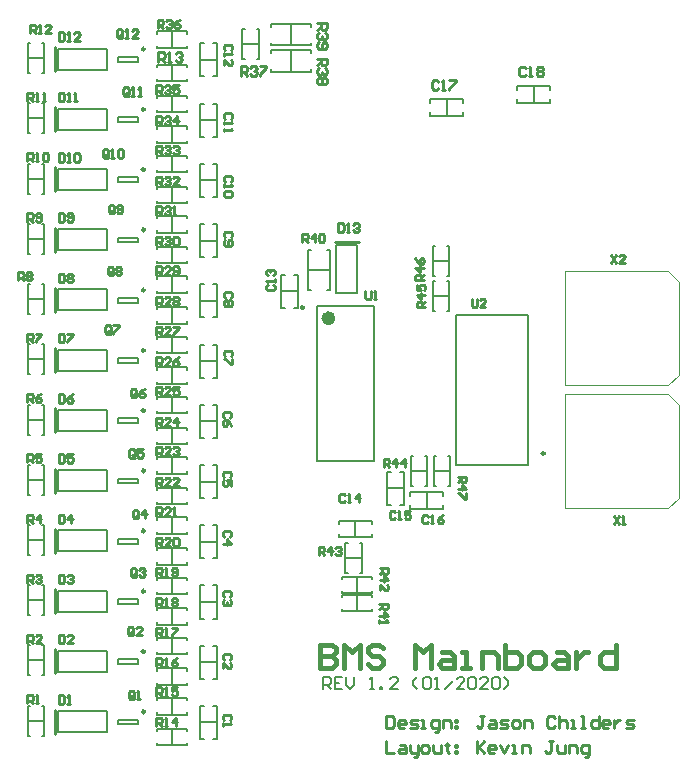
<source format=gto>
G04*
G04 #@! TF.GenerationSoftware,Altium Limited,Altium Designer,20.0.10 (225)*
G04*
G04 Layer_Color=65535*
%FSLAX25Y25*%
%MOIN*%
G70*
G01*
G75*
%ADD10C,0.00984*%
%ADD11C,0.02362*%
%ADD12C,0.00787*%
%ADD13C,0.00591*%
%ADD14C,0.00394*%
%ADD15C,0.01000*%
%ADD16C,0.01575*%
D10*
X83510Y40709D02*
G03*
X83510Y40709I-492J0D01*
G01*
Y60787D02*
G03*
X83510Y60787I-492J0D01*
G01*
Y80866D02*
G03*
X83510Y80866I-492J0D01*
G01*
Y100945D02*
G03*
X83510Y100945I-492J0D01*
G01*
Y121024D02*
G03*
X83510Y121024I-492J0D01*
G01*
Y141102D02*
G03*
X83510Y141102I-492J0D01*
G01*
Y161181D02*
G03*
X83510Y161181I-492J0D01*
G01*
Y181260D02*
G03*
X83510Y181260I-492J0D01*
G01*
Y201339D02*
G03*
X83510Y201339I-492J0D01*
G01*
Y241496D02*
G03*
X83510Y241496I-492J0D01*
G01*
Y221417D02*
G03*
X83510Y221417I-492J0D01*
G01*
Y20630D02*
G03*
X83510Y20630I-492J0D01*
G01*
X216803Y106783D02*
G03*
X216803Y106783I-492J0D01*
G01*
X136516Y155413D02*
G03*
X136516Y155413I-492J0D01*
G01*
X146787Y177307D02*
X154787D01*
X53644Y234189D02*
Y242189D01*
Y214110D02*
Y222110D01*
Y194032D02*
Y202032D01*
Y173953D02*
Y181953D01*
Y153874D02*
Y161874D01*
Y133795D02*
Y141795D01*
Y113717D02*
Y121717D01*
Y93638D02*
Y101638D01*
Y73559D02*
Y81559D01*
Y53480D02*
Y61480D01*
Y33402D02*
Y41402D01*
Y13323D02*
Y21323D01*
D11*
X145866Y151772D02*
G03*
X145866Y151772I-1181J0D01*
G01*
D12*
X74553Y38091D02*
X81246D01*
X74553Y36516D02*
X81246D01*
Y38091D01*
X74553Y36516D02*
Y38091D01*
Y58169D02*
X81246D01*
X74553Y56594D02*
X81246D01*
Y58169D01*
X74553Y56594D02*
Y58169D01*
Y78248D02*
X81246D01*
X74553Y76673D02*
X81246D01*
Y78248D01*
X74553Y76673D02*
Y78248D01*
Y98327D02*
X81246D01*
X74553Y96752D02*
X81246D01*
Y98327D01*
X74553Y96752D02*
Y98327D01*
Y118406D02*
X81246D01*
X74553Y116831D02*
X81246D01*
Y118406D01*
X74553Y116831D02*
Y118406D01*
Y136909D02*
Y138484D01*
X81246Y136909D02*
Y138484D01*
X74553Y136909D02*
X81246D01*
X74553Y138484D02*
X81246D01*
X74553Y158563D02*
X81246D01*
X74553Y156988D02*
X81246D01*
Y158563D01*
X74553Y156988D02*
Y158563D01*
Y178642D02*
X81246D01*
X74553Y177067D02*
X81246D01*
Y178642D01*
X74553Y177067D02*
Y178642D01*
Y198720D02*
X81246D01*
X74553Y197146D02*
X81246D01*
Y198720D01*
X74553Y197146D02*
Y198720D01*
Y238878D02*
X81246D01*
X74553Y237303D02*
X81246D01*
Y238878D01*
X74553Y237303D02*
Y238878D01*
Y218799D02*
X81246D01*
X74553Y217224D02*
X81246D01*
Y218799D01*
X74553Y217224D02*
Y218799D01*
Y18012D02*
X81246D01*
X74553Y16437D02*
X81246D01*
Y18012D01*
X74553Y16437D02*
Y18012D01*
X187382Y152953D02*
X211240D01*
Y102953D02*
Y152953D01*
X187382Y102953D02*
Y152953D01*
Y102953D02*
X211240D01*
X147287Y160205D02*
Y176307D01*
X154287D01*
Y160205D02*
Y176307D01*
X147287Y160205D02*
X154287D01*
X140748Y104134D02*
Y155709D01*
X160039Y104134D02*
Y155709D01*
X140748D02*
X160039D01*
X140748Y104134D02*
X160039D01*
X54644Y234689D02*
X70746D01*
X54644D02*
Y241689D01*
X70746D01*
Y234689D02*
Y241689D01*
X54644Y214610D02*
X70746D01*
X54644D02*
Y221610D01*
X70746D01*
Y214610D02*
Y221610D01*
X54644Y194532D02*
X70746D01*
X54644D02*
Y201532D01*
X70746D01*
Y194532D02*
Y201532D01*
X54644Y174453D02*
X70746D01*
X54644D02*
Y181453D01*
X70746D01*
Y174453D02*
Y181453D01*
X54644Y154374D02*
X70746D01*
X54644D02*
Y161374D01*
X70746D01*
Y154374D02*
Y161374D01*
X54644Y134295D02*
X70746D01*
X54644D02*
Y141295D01*
X70746D01*
Y134295D02*
Y141295D01*
X54644Y114217D02*
X70746D01*
X54644D02*
Y121217D01*
X70746D01*
Y114217D02*
Y121217D01*
X54644Y94138D02*
X70746D01*
X54644D02*
Y101138D01*
X70746D01*
Y94138D02*
Y101138D01*
X54644Y74059D02*
X70746D01*
X54644D02*
Y81059D01*
X70746D01*
Y74059D02*
Y81059D01*
X54644Y53980D02*
X70746D01*
X54644D02*
Y60980D01*
X70746D01*
Y53980D02*
Y60980D01*
X54644Y33902D02*
X70746D01*
X54644D02*
Y40902D01*
X70746D01*
Y33902D02*
Y40902D01*
X54644Y13823D02*
X70746D01*
X54644D02*
Y20823D01*
X70746D01*
Y13823D02*
Y20823D01*
X142815Y28150D02*
Y32085D01*
X144783D01*
X145439Y31429D01*
Y30117D01*
X144783Y29462D01*
X142815D01*
X144127D02*
X145439Y28150D01*
X149374Y32085D02*
X146751D01*
Y28150D01*
X149374D01*
X146751Y30117D02*
X148063D01*
X150686Y32085D02*
Y29462D01*
X151998Y28150D01*
X153310Y29462D01*
Y32085D01*
X158558Y28150D02*
X159870D01*
X159214D01*
Y32085D01*
X158558Y31429D01*
X161838Y28150D02*
Y28806D01*
X162494D01*
Y28150D01*
X161838D01*
X167741D02*
X165118D01*
X167741Y30773D01*
Y31429D01*
X167085Y32085D01*
X165773D01*
X165118Y31429D01*
X174301Y28150D02*
X172989Y29462D01*
Y30773D01*
X174301Y32085D01*
X176269Y31429D02*
X176925Y32085D01*
X178237D01*
X178893Y31429D01*
Y28806D01*
X178237Y28150D01*
X176925D01*
X176269Y28806D01*
Y31429D01*
X180204Y28150D02*
X181516D01*
X180860D01*
Y32085D01*
X180204Y31429D01*
X183484Y28150D02*
X186108Y30773D01*
X190044Y28150D02*
X187420D01*
X190044Y30773D01*
Y31429D01*
X189388Y32085D01*
X188076D01*
X187420Y31429D01*
X191356D02*
X192012Y32085D01*
X193324D01*
X193980Y31429D01*
Y28806D01*
X193324Y28150D01*
X192012D01*
X191356Y28806D01*
Y31429D01*
X197915Y28150D02*
X195291D01*
X197915Y30773D01*
Y31429D01*
X197259Y32085D01*
X195947D01*
X195291Y31429D01*
X199227D02*
X199883Y32085D01*
X201195D01*
X201851Y31429D01*
Y28806D01*
X201195Y28150D01*
X199883D01*
X199227Y28806D01*
Y31429D01*
X203163Y28150D02*
X204475Y29462D01*
Y30773D01*
X203163Y32085D01*
D13*
X87421Y230807D02*
Y231563D01*
Y230807D02*
X97421D01*
Y231563D01*
Y235563D02*
Y236319D01*
X87421D02*
X97421D01*
X87421Y235563D02*
Y236319D01*
X92421Y230807D02*
Y236319D01*
X115991Y248307D02*
X116747D01*
X115991Y238307D02*
Y248307D01*
Y238307D02*
X116747D01*
X120747D02*
X121502D01*
Y248307D01*
X120747D02*
X121502D01*
X115991Y243307D02*
X121502D01*
X125394Y249016D02*
Y249803D01*
X138779D01*
Y249016D02*
Y249803D01*
X125394Y242717D02*
Y243504D01*
Y242717D02*
X138779D01*
Y243504D01*
X132087Y242717D02*
Y249803D01*
X125394Y240256D02*
Y241043D01*
X138779D01*
Y240256D02*
Y241043D01*
X125394Y233957D02*
Y234744D01*
Y233957D02*
X138779D01*
Y234744D01*
X132087Y233957D02*
Y241043D01*
X159167Y83169D02*
Y84350D01*
X148144D02*
X159167D01*
X148144Y83169D02*
Y84350D01*
Y78839D02*
Y80020D01*
Y78839D02*
X159167D01*
Y80020D01*
X153655Y78839D02*
Y84350D01*
X164289Y95177D02*
X169801D01*
X164289Y89665D02*
X165470D01*
X164289D02*
Y100689D01*
X165470D01*
X168620D02*
X169801D01*
Y89665D02*
Y100689D01*
X168620Y89665D02*
X169801D01*
X129035Y166339D02*
X130217D01*
X129035Y155315D02*
Y166339D01*
Y155315D02*
X130217D01*
X133366D02*
X134547D01*
Y166339D01*
X133366D02*
X134547D01*
X129035Y160827D02*
X134547D01*
X149167Y54171D02*
Y54927D01*
Y54171D02*
X159167D01*
Y54927D01*
Y58927D02*
Y59683D01*
X149167D02*
X159167D01*
X149167Y58927D02*
Y59683D01*
X154167Y54171D02*
Y59683D01*
X149167Y60039D02*
Y60795D01*
Y60039D02*
X159167D01*
Y60795D01*
Y64795D02*
Y65551D01*
X149167D02*
X159167D01*
X149167Y64795D02*
Y65551D01*
X154167Y60039D02*
Y65551D01*
X155130Y66752D02*
X155886D01*
Y76752D01*
X155130D02*
X155886D01*
X150374D02*
X151130D01*
X150374Y66752D02*
Y76752D01*
Y66752D02*
X151130D01*
X150374Y71752D02*
X155886D01*
X177527Y88189D02*
Y93701D01*
X172016Y92520D02*
Y93701D01*
X183039D01*
Y92520D02*
Y93701D01*
Y88189D02*
Y89370D01*
X172016Y88189D02*
X183039D01*
X172016D02*
Y89370D01*
X218701Y227953D02*
Y229134D01*
X207677D02*
X218701D01*
X207677Y227953D02*
Y229134D01*
Y223622D02*
Y224803D01*
Y223622D02*
X218701D01*
Y224803D01*
X213189Y223622D02*
Y229134D01*
X178552Y219203D02*
Y220384D01*
Y219203D02*
X189576D01*
Y220384D01*
Y223534D02*
Y224715D01*
X178552D02*
X189576D01*
X178552Y223534D02*
Y224715D01*
X184064Y219203D02*
Y224715D01*
X137992Y167815D02*
X145079D01*
X144291Y174508D02*
X145079D01*
Y161122D02*
Y174508D01*
X144291Y161122D02*
X145079D01*
X137992Y174508D02*
X138779D01*
X137992Y161122D02*
Y174508D01*
Y161122D02*
X138779D01*
X179823Y100984D02*
X185335D01*
X179823Y95984D02*
X180579D01*
X179823D02*
Y105984D01*
X180579D01*
X184579D02*
X185335D01*
Y95984D02*
Y105984D01*
X184579Y95984D02*
X185335D01*
X172146Y100984D02*
X177658D01*
X176902Y105984D02*
X177658D01*
Y95984D02*
Y105984D01*
X176902Y95984D02*
X177658D01*
X172146D02*
X172902D01*
X172146D02*
Y105984D01*
X172902D01*
X179429Y170768D02*
X184941D01*
X184185Y175768D02*
X184941D01*
Y165768D02*
Y175768D01*
X184185Y165768D02*
X184941D01*
X179429D02*
X180185D01*
X179429D02*
Y175768D01*
X180185D01*
X179429Y159252D02*
X184941D01*
X184185Y164252D02*
X184941D01*
Y154252D02*
Y164252D01*
X184185Y154252D02*
X184941D01*
X179429D02*
X180185D01*
X179429D02*
Y164252D01*
X180185D01*
X44533Y17618D02*
X50045D01*
X49289Y22618D02*
X50045D01*
Y12618D02*
Y22618D01*
X49289Y12618D02*
X50045D01*
X44533D02*
X45289D01*
X44533D02*
Y22618D01*
X45289D01*
X44533Y37697D02*
X50045D01*
X49289Y42697D02*
X50045D01*
Y32697D02*
Y42697D01*
X49289Y32697D02*
X50045D01*
X44533D02*
X45289D01*
X44533D02*
Y42697D01*
X45289D01*
X44533Y57776D02*
X50045D01*
X49289Y62776D02*
X50045D01*
Y52776D02*
Y62776D01*
X49289Y52776D02*
X50045D01*
X44533D02*
X45289D01*
X44533D02*
Y62776D01*
X45289D01*
X44533Y77854D02*
X50045D01*
X49289Y82854D02*
X50045D01*
Y72854D02*
Y82854D01*
X49289Y72854D02*
X50045D01*
X44533D02*
X45289D01*
X44533D02*
Y82854D01*
X45289D01*
X44533Y97933D02*
X50045D01*
X49289Y102933D02*
X50045D01*
Y92933D02*
Y102933D01*
X49289Y92933D02*
X50045D01*
X44533D02*
X45289D01*
X44533D02*
Y102933D01*
X45289D01*
X44533Y118012D02*
X50045D01*
X49289Y123012D02*
X50045D01*
Y113012D02*
Y123012D01*
X49289Y113012D02*
X50045D01*
X44533D02*
X45289D01*
X44533D02*
Y123012D01*
X45289D01*
X44533Y138091D02*
X50045D01*
X49289Y143091D02*
X50045D01*
Y133091D02*
Y143091D01*
X49289Y133091D02*
X50045D01*
X44533D02*
X45289D01*
X44533D02*
Y143091D01*
X45289D01*
X44533Y158169D02*
X50045D01*
X49289Y163169D02*
X50045D01*
Y153169D02*
Y163169D01*
X49289Y153169D02*
X50045D01*
X44533D02*
X45289D01*
X44533D02*
Y163169D01*
X45289D01*
X44533Y178248D02*
X50045D01*
X49289Y183248D02*
X50045D01*
Y173248D02*
Y183248D01*
X49289Y173248D02*
X50045D01*
X44533D02*
X45289D01*
X44533D02*
Y183248D01*
X45289D01*
X44533Y198327D02*
X50045D01*
X49289Y203327D02*
X50045D01*
Y193327D02*
Y203327D01*
X49289Y193327D02*
X50045D01*
X44533D02*
X45289D01*
X44533D02*
Y203327D01*
X45289D01*
X44533Y218406D02*
X50045D01*
X49289Y223406D02*
X50045D01*
Y213406D02*
Y223406D01*
X49289Y213406D02*
X50045D01*
X44533D02*
X45289D01*
X44533D02*
Y223406D01*
X45289D01*
X106344Y11516D02*
X107526D01*
Y22539D01*
X106344D02*
X107526D01*
X102014D02*
X103195D01*
X102014Y11516D02*
Y22539D01*
Y11516D02*
X103195D01*
X102014Y17028D02*
X107526D01*
X106344Y31594D02*
X107526D01*
Y42618D01*
X106344D02*
X107526D01*
X102014D02*
X103195D01*
X102014Y31594D02*
Y42618D01*
Y31594D02*
X103195D01*
X102014Y37106D02*
X107526D01*
X106344Y51673D02*
X107526D01*
Y62697D01*
X106344D02*
X107526D01*
X102014D02*
X103195D01*
X102014Y51673D02*
Y62697D01*
Y51673D02*
X103195D01*
X102014Y57185D02*
X107526D01*
X106344Y71752D02*
X107526D01*
Y82776D01*
X106344D02*
X107526D01*
X102014D02*
X103195D01*
X102014Y71752D02*
Y82776D01*
Y71752D02*
X103195D01*
X102014Y77264D02*
X107526D01*
X106344Y91831D02*
X107526D01*
Y102854D01*
X106344D02*
X107526D01*
X102014D02*
X103195D01*
X102014Y91831D02*
Y102854D01*
Y91831D02*
X103195D01*
X102014Y97343D02*
X107526D01*
X106344Y111909D02*
X107526D01*
Y122933D01*
X106344D02*
X107526D01*
X102014D02*
X103195D01*
X102014Y111909D02*
Y122933D01*
Y111909D02*
X103195D01*
X102014Y117421D02*
X107526D01*
X106344Y131988D02*
X107526D01*
Y143012D01*
X106344D02*
X107526D01*
X102014D02*
X103195D01*
X102014Y131988D02*
Y143012D01*
Y131988D02*
X103195D01*
X102014Y137500D02*
X107526D01*
X106344Y152067D02*
X107526D01*
Y163091D01*
X106344D02*
X107526D01*
X102014D02*
X103195D01*
X102014Y152067D02*
Y163091D01*
Y152067D02*
X103195D01*
X102014Y157579D02*
X107526D01*
X106344Y172146D02*
X107526D01*
Y183169D01*
X106344D02*
X107526D01*
X102014D02*
X103195D01*
X102014Y172146D02*
Y183169D01*
Y172146D02*
X103195D01*
X102014Y177657D02*
X107526D01*
X106344Y192224D02*
X107526D01*
Y203248D01*
X106344D02*
X107526D01*
X102014D02*
X103195D01*
X102014Y192224D02*
Y203248D01*
Y192224D02*
X103195D01*
X102014Y197736D02*
X107526D01*
X106344Y212303D02*
X107526D01*
Y223327D01*
X106344D02*
X107526D01*
X102014D02*
X103195D01*
X102014Y212303D02*
Y223327D01*
Y212303D02*
X103195D01*
X102014Y217815D02*
X107526D01*
X106344Y232382D02*
X107526D01*
Y243406D01*
X106344D02*
X107526D01*
X102014D02*
X103195D01*
X102014Y232382D02*
Y243406D01*
Y232382D02*
X103195D01*
X102014Y237894D02*
X107526D01*
X92520Y241889D02*
Y247401D01*
X87520Y246644D02*
Y247401D01*
X97520D01*
Y246644D02*
Y247401D01*
Y241889D02*
Y242645D01*
X87520Y241889D02*
X97520D01*
X87520D02*
Y242645D01*
X92520Y220472D02*
Y225984D01*
X87520Y225228D02*
Y225984D01*
X97520D01*
Y225228D02*
Y225984D01*
Y220472D02*
Y221228D01*
X87520Y220472D02*
X97520D01*
X87520D02*
Y221228D01*
X92520Y210236D02*
Y215748D01*
X87520Y214992D02*
Y215748D01*
X97520D01*
Y214992D02*
Y215748D01*
Y210236D02*
Y210992D01*
X87520Y210236D02*
X97520D01*
X87520D02*
Y210992D01*
X92520Y200394D02*
Y205906D01*
X87520Y205150D02*
Y205906D01*
X97520D01*
Y205150D02*
Y205906D01*
Y200394D02*
Y201150D01*
X87520Y200394D02*
X97520D01*
X87520D02*
Y201150D01*
X92520Y190157D02*
Y195669D01*
X87520Y194913D02*
Y195669D01*
X97520D01*
Y194913D02*
Y195669D01*
Y190157D02*
Y190913D01*
X87520Y190157D02*
X97520D01*
X87520D02*
Y190913D01*
X92520Y180315D02*
Y185827D01*
X87520Y185071D02*
Y185827D01*
X97520D01*
Y185071D02*
Y185827D01*
Y180315D02*
Y181071D01*
X87520Y180315D02*
X97520D01*
X87520D02*
Y181071D01*
X92520Y170079D02*
Y175591D01*
X87520Y174835D02*
Y175591D01*
X97520D01*
Y174835D02*
Y175591D01*
Y170079D02*
Y170835D01*
X87520Y170079D02*
X97520D01*
X87520D02*
Y170835D01*
X92520Y160236D02*
Y165748D01*
X87520Y164992D02*
Y165748D01*
X97520D01*
Y164992D02*
Y165748D01*
Y160236D02*
Y160992D01*
X87520Y160236D02*
X97520D01*
X87520D02*
Y160992D01*
X92520Y150000D02*
Y155512D01*
X87520Y154756D02*
Y155512D01*
X97520D01*
Y154756D02*
Y155512D01*
Y150000D02*
Y150756D01*
X87520Y150000D02*
X97520D01*
X87520D02*
Y150756D01*
X92520Y140157D02*
Y145669D01*
X87520Y144913D02*
Y145669D01*
X97520D01*
Y144913D02*
Y145669D01*
Y140157D02*
Y140913D01*
X87520Y140157D02*
X97520D01*
X87520D02*
Y140913D01*
X92520Y129921D02*
Y135433D01*
X87520Y134677D02*
Y135433D01*
X97520D01*
Y134677D02*
Y135433D01*
Y129921D02*
Y130677D01*
X87520Y129921D02*
X97520D01*
X87520D02*
Y130677D01*
X92520Y109843D02*
Y115354D01*
X87520Y114598D02*
Y115354D01*
X97520D01*
Y114598D02*
Y115354D01*
Y109843D02*
Y110598D01*
X87520Y109843D02*
X97520D01*
X87520D02*
Y110598D01*
X92520Y120079D02*
Y125591D01*
X87520Y124835D02*
Y125591D01*
X97520D01*
Y124835D02*
Y125591D01*
Y120079D02*
Y120835D01*
X87520Y120079D02*
X97520D01*
X87520D02*
Y120835D01*
X92520Y100000D02*
Y105512D01*
X87520Y104756D02*
Y105512D01*
X97520D01*
Y104756D02*
Y105512D01*
Y100000D02*
Y100756D01*
X87520Y100000D02*
X97520D01*
X87520D02*
Y100756D01*
X92520Y89764D02*
Y95276D01*
X87520Y94520D02*
Y95276D01*
X97520D01*
Y94520D02*
Y95276D01*
Y89764D02*
Y90520D01*
X87520Y89764D02*
X97520D01*
X87520D02*
Y90520D01*
X92520Y79921D02*
Y85433D01*
X87520Y84677D02*
Y85433D01*
X97520D01*
Y84677D02*
Y85433D01*
Y79921D02*
Y80677D01*
X87520Y79921D02*
X97520D01*
X87520D02*
Y80677D01*
X92520Y69685D02*
Y75197D01*
X87520Y74441D02*
Y75197D01*
X97520D01*
Y74441D02*
Y75197D01*
Y69685D02*
Y70441D01*
X87520Y69685D02*
X97520D01*
X87520D02*
Y70441D01*
X92520Y59843D02*
Y65354D01*
X87520Y64598D02*
Y65354D01*
X97520D01*
Y64598D02*
Y65354D01*
Y59843D02*
Y60598D01*
X87520Y59843D02*
X97520D01*
X87520D02*
Y60598D01*
X92520Y49606D02*
Y55118D01*
X87520Y54362D02*
Y55118D01*
X97520D01*
Y54362D02*
Y55118D01*
Y49606D02*
Y50362D01*
X87520Y49606D02*
X97520D01*
X87520D02*
Y50362D01*
X92520Y39764D02*
Y45276D01*
X87520Y44520D02*
Y45276D01*
X97520D01*
Y44520D02*
Y45276D01*
Y39764D02*
Y40520D01*
X87520Y39764D02*
X97520D01*
X87520D02*
Y40520D01*
X92520Y29528D02*
Y35039D01*
X87520Y34283D02*
Y35039D01*
X97520D01*
Y34283D02*
Y35039D01*
Y29528D02*
Y30283D01*
X87520Y29528D02*
X97520D01*
X87520D02*
Y30283D01*
X92520Y19685D02*
Y25197D01*
X87520Y24441D02*
Y25197D01*
X97520D01*
Y24441D02*
Y25197D01*
Y19685D02*
Y20441D01*
X87520Y19685D02*
X97520D01*
X87520D02*
Y20441D01*
X92520Y9449D02*
Y14961D01*
X87520Y14205D02*
Y14961D01*
X97520D01*
Y14205D02*
Y14961D01*
Y9449D02*
Y10205D01*
X87520Y9449D02*
X97520D01*
X87520D02*
Y10205D01*
X44533Y238484D02*
X50045D01*
X49289Y243484D02*
X50045D01*
Y233484D02*
Y243484D01*
X49289Y233484D02*
X50045D01*
X44533D02*
X45289D01*
X44533D02*
Y243484D01*
X45289D01*
D14*
X257921Y129441D02*
X261398Y132917D01*
Y163941D01*
X257913Y167425D02*
X261398Y163941D01*
X223406Y167425D02*
X257913D01*
X223406Y129441D02*
X257921D01*
X223406D02*
Y167425D01*
X257921Y88496D02*
X261398Y91973D01*
Y122996D01*
X257913Y126480D02*
X261398Y122996D01*
X223406Y126480D02*
X257913D01*
X223406Y88496D02*
X257921D01*
X223406D02*
Y126480D01*
D15*
X163894Y19210D02*
Y15274D01*
X165862D01*
X166517Y15930D01*
Y18554D01*
X165862Y19210D01*
X163894D01*
X169797Y15274D02*
X168485D01*
X167829Y15930D01*
Y17242D01*
X168485Y17898D01*
X169797D01*
X170453Y17242D01*
Y16586D01*
X167829D01*
X171765Y15274D02*
X173733D01*
X174389Y15930D01*
X173733Y16586D01*
X172421D01*
X171765Y17242D01*
X172421Y17898D01*
X174389D01*
X175701Y15274D02*
X177013D01*
X176357D01*
Y17898D01*
X175701D01*
X180293Y13962D02*
X180949D01*
X181605Y14618D01*
Y17898D01*
X179637D01*
X178981Y17242D01*
Y15930D01*
X179637Y15274D01*
X181605D01*
X182916D02*
Y17898D01*
X184884D01*
X185540Y17242D01*
Y15274D01*
X186852Y17898D02*
X187508D01*
Y17242D01*
X186852D01*
Y17898D01*
Y15930D02*
X187508D01*
Y15274D01*
X186852D01*
Y15930D01*
X196692Y19210D02*
X195380D01*
X196036D01*
Y15930D01*
X195380Y15274D01*
X194724D01*
X194068Y15930D01*
X198659Y17898D02*
X199971D01*
X200627Y17242D01*
Y15274D01*
X198659D01*
X198003Y15930D01*
X198659Y16586D01*
X200627D01*
X201939Y15274D02*
X203907D01*
X204563Y15930D01*
X203907Y16586D01*
X202595D01*
X201939Y17242D01*
X202595Y17898D01*
X204563D01*
X206531Y15274D02*
X207843D01*
X208499Y15930D01*
Y17242D01*
X207843Y17898D01*
X206531D01*
X205875Y17242D01*
Y15930D01*
X206531Y15274D01*
X209811D02*
Y17898D01*
X211778D01*
X212435Y17242D01*
Y15274D01*
X220306Y18554D02*
X219650Y19210D01*
X218338D01*
X217682Y18554D01*
Y15930D01*
X218338Y15274D01*
X219650D01*
X220306Y15930D01*
X221618Y19210D02*
Y15274D01*
Y17242D01*
X222274Y17898D01*
X223586D01*
X224242Y17242D01*
Y15274D01*
X225554D02*
X226866D01*
X226210D01*
Y17898D01*
X225554D01*
X228833Y15274D02*
X230145D01*
X229489D01*
Y19210D01*
X228833D01*
X234737D02*
Y15274D01*
X232769D01*
X232113Y15930D01*
Y17242D01*
X232769Y17898D01*
X234737D01*
X238017Y15274D02*
X236705D01*
X236049Y15930D01*
Y17242D01*
X236705Y17898D01*
X238017D01*
X238673Y17242D01*
Y16586D01*
X236049D01*
X239985Y17898D02*
Y15274D01*
Y16586D01*
X240641Y17242D01*
X241297Y17898D01*
X241952D01*
X243920Y15274D02*
X245888D01*
X246544Y15930D01*
X245888Y16586D01*
X244576D01*
X243920Y17242D01*
X244576Y17898D01*
X246544D01*
X163894Y10775D02*
Y6840D01*
X166517D01*
X168485Y9463D02*
X169797D01*
X170453Y8807D01*
Y6840D01*
X168485D01*
X167829Y7495D01*
X168485Y8151D01*
X170453D01*
X171765Y9463D02*
Y7495D01*
X172421Y6840D01*
X174389D01*
Y6183D01*
X173733Y5528D01*
X173077D01*
X174389Y6840D02*
Y9463D01*
X176357Y6840D02*
X177669D01*
X178325Y7495D01*
Y8807D01*
X177669Y9463D01*
X176357D01*
X175701Y8807D01*
Y7495D01*
X176357Y6840D01*
X179637Y9463D02*
Y7495D01*
X180293Y6840D01*
X182261D01*
Y9463D01*
X184228Y10119D02*
Y9463D01*
X183572D01*
X184884D01*
X184228D01*
Y7495D01*
X184884Y6840D01*
X186852Y9463D02*
X187508D01*
Y8807D01*
X186852D01*
Y9463D01*
Y7495D02*
X187508D01*
Y6840D01*
X186852D01*
Y7495D01*
X194068Y10775D02*
Y6840D01*
Y8151D01*
X196692Y10775D01*
X194724Y8807D01*
X196692Y6840D01*
X199971D02*
X198659D01*
X198003Y7495D01*
Y8807D01*
X198659Y9463D01*
X199971D01*
X200627Y8807D01*
Y8151D01*
X198003D01*
X201939Y9463D02*
X203251Y6840D01*
X204563Y9463D01*
X205875Y6840D02*
X207187D01*
X206531D01*
Y9463D01*
X205875D01*
X209155Y6840D02*
Y9463D01*
X211123D01*
X211778Y8807D01*
Y6840D01*
X219650Y10775D02*
X218338D01*
X218994D01*
Y7495D01*
X218338Y6840D01*
X217682D01*
X217026Y7495D01*
X220962Y9463D02*
Y7495D01*
X221618Y6840D01*
X223586D01*
Y9463D01*
X224898Y6840D02*
Y9463D01*
X226866D01*
X227521Y8807D01*
Y6840D01*
X230145Y5528D02*
X230801D01*
X231457Y6183D01*
Y9463D01*
X229489D01*
X228833Y8807D01*
Y7495D01*
X229489Y6840D01*
X231457D01*
X150208Y92749D02*
X149749Y93208D01*
X148831D01*
X148372Y92749D01*
Y90912D01*
X148831Y90453D01*
X149749D01*
X150208Y90912D01*
X151127Y90453D02*
X152045D01*
X151586D01*
Y93208D01*
X151127Y92749D01*
X154800Y90453D02*
Y93208D01*
X153423Y91831D01*
X155259D01*
X87992Y237247D02*
Y240395D01*
X89566D01*
X90091Y239871D01*
Y238821D01*
X89566Y238296D01*
X87992D01*
X89042D02*
X90091Y237247D01*
X91141D02*
X92190D01*
X91666D01*
Y240395D01*
X91141Y239871D01*
X93765D02*
X94289Y240395D01*
X95339D01*
X95864Y239871D01*
Y239346D01*
X95339Y238821D01*
X94814D01*
X95339D01*
X95864Y238296D01*
Y237772D01*
X95339Y237247D01*
X94289D01*
X93765Y237772D01*
X115547Y232685D02*
Y235834D01*
X117121D01*
X117646Y235309D01*
Y234259D01*
X117121Y233734D01*
X115547D01*
X116596D02*
X117646Y232685D01*
X118695Y235309D02*
X119220Y235834D01*
X120270D01*
X120794Y235309D01*
Y234784D01*
X120270Y234259D01*
X119745D01*
X120270D01*
X120794Y233734D01*
Y233210D01*
X120270Y232685D01*
X119220D01*
X118695Y233210D01*
X121844Y235834D02*
X123943D01*
Y235309D01*
X121844Y233210D01*
Y232685D01*
X141035Y238189D02*
X144184D01*
Y236615D01*
X143659Y236090D01*
X142610D01*
X142085Y236615D01*
Y238189D01*
Y237140D02*
X141035Y236090D01*
X143659Y235040D02*
X144184Y234516D01*
Y233466D01*
X143659Y232941D01*
X143134D01*
X142610Y233466D01*
Y233991D01*
Y233466D01*
X142085Y232941D01*
X141560D01*
X141035Y233466D01*
Y234516D01*
X141560Y235040D01*
X143659Y231892D02*
X144184Y231367D01*
Y230317D01*
X143659Y229793D01*
X143134D01*
X142610Y230317D01*
X142085Y229793D01*
X141560D01*
X141035Y230317D01*
Y231367D01*
X141560Y231892D01*
X142085D01*
X142610Y231367D01*
X143134Y231892D01*
X143659D01*
X142610Y231367D02*
Y230317D01*
X141035Y250061D02*
X144184D01*
Y248487D01*
X143659Y247962D01*
X142610D01*
X142085Y248487D01*
Y250061D01*
Y249011D02*
X141035Y247962D01*
X143659Y246912D02*
X144184Y246388D01*
Y245338D01*
X143659Y244813D01*
X143134D01*
X142610Y245338D01*
Y245863D01*
Y245338D01*
X142085Y244813D01*
X141560D01*
X141035Y245338D01*
Y246388D01*
X141560Y246912D01*
Y243764D02*
X141035Y243239D01*
Y242190D01*
X141560Y241665D01*
X143659D01*
X144184Y242190D01*
Y243239D01*
X143659Y243764D01*
X143134D01*
X142610Y243239D01*
Y241665D01*
X181374Y230599D02*
X180849Y231123D01*
X179800D01*
X179275Y230599D01*
Y228500D01*
X179800Y227975D01*
X180849D01*
X181374Y228500D01*
X182423Y227975D02*
X183473D01*
X182948D01*
Y231123D01*
X182423Y230599D01*
X185047Y231123D02*
X187146D01*
Y230599D01*
X185047Y228500D01*
Y227975D01*
X210474Y235099D02*
X209949Y235623D01*
X208900D01*
X208375Y235099D01*
Y233000D01*
X208900Y232475D01*
X209949D01*
X210474Y233000D01*
X211523Y232475D02*
X212573D01*
X212048D01*
Y235623D01*
X211523Y235099D01*
X214147D02*
X214672Y235623D01*
X215722D01*
X216246Y235099D01*
Y234574D01*
X215722Y234049D01*
X216246Y233524D01*
Y233000D01*
X215722Y232475D01*
X214672D01*
X214147Y233000D01*
Y233524D01*
X214672Y234049D01*
X214147Y234574D01*
Y235099D01*
X214672Y234049D02*
X215722D01*
X238878Y172985D02*
X240715Y170230D01*
Y172985D02*
X238878Y170230D01*
X243470D02*
X241633D01*
X243470Y172067D01*
Y172526D01*
X243010Y172985D01*
X242092D01*
X241633Y172526D01*
X176870Y155515D02*
X174115D01*
Y156893D01*
X174574Y157352D01*
X175493D01*
X175952Y156893D01*
Y155515D01*
Y156433D02*
X176870Y157352D01*
Y159648D02*
X174115D01*
X175493Y158270D01*
Y160107D01*
X174115Y162862D02*
Y161025D01*
X175493D01*
X175033Y161943D01*
Y162403D01*
X175493Y162862D01*
X176411D01*
X176870Y162403D01*
Y161484D01*
X176411Y161025D01*
X176428Y164452D02*
X173673D01*
Y165829D01*
X174132Y166288D01*
X175051D01*
X175510Y165829D01*
Y164452D01*
Y165370D02*
X176428Y166288D01*
Y168584D02*
X173673D01*
X175051Y167207D01*
Y169043D01*
X173673Y171798D02*
X174132Y170880D01*
X175051Y169962D01*
X175969D01*
X176428Y170421D01*
Y171339D01*
X175969Y171798D01*
X175510D01*
X175051Y171339D01*
Y169962D01*
X163189Y102264D02*
Y105019D01*
X164567D01*
X165026Y104560D01*
Y103641D01*
X164567Y103182D01*
X163189D01*
X164107D02*
X165026Y102264D01*
X167322D02*
Y105019D01*
X165944Y103641D01*
X167781D01*
X170077Y102264D02*
Y105019D01*
X168699Y103641D01*
X170536D01*
X187893Y98956D02*
X190648D01*
Y97579D01*
X190189Y97119D01*
X189270D01*
X188811Y97579D01*
Y98956D01*
Y98038D02*
X187893Y97119D01*
Y94824D02*
X190648D01*
X189270Y96201D01*
Y94364D01*
X190648Y93446D02*
Y91609D01*
X190189D01*
X188352Y93446D01*
X187893D01*
X239796Y85924D02*
X241633Y83169D01*
Y85924D02*
X239796Y83169D01*
X242551D02*
X243470D01*
X243010D01*
Y85924D01*
X242551Y85465D01*
X141535Y72840D02*
Y75595D01*
X142913D01*
X143372Y75136D01*
Y74218D01*
X142913Y73759D01*
X141535D01*
X142454D02*
X143372Y72840D01*
X145668D02*
Y75595D01*
X144290Y74218D01*
X146127D01*
X147046Y75136D02*
X147505Y75595D01*
X148423D01*
X148882Y75136D01*
Y74677D01*
X148423Y74218D01*
X147964D01*
X148423D01*
X148882Y73759D01*
Y73299D01*
X148423Y72840D01*
X147505D01*
X147046Y73299D01*
X161788Y68504D02*
X164543D01*
Y67126D01*
X164084Y66667D01*
X163166D01*
X162707Y67126D01*
Y68504D01*
Y67586D02*
X161788Y66667D01*
Y64371D02*
X164543D01*
X163166Y65749D01*
Y63912D01*
X161788Y61157D02*
Y62994D01*
X163625Y61157D01*
X164084D01*
X164543Y61616D01*
Y62535D01*
X164084Y62994D01*
X161685Y56554D02*
X164440D01*
Y55176D01*
X163981Y54717D01*
X163063D01*
X162603Y55176D01*
Y56554D01*
Y55635D02*
X161685Y54717D01*
Y52421D02*
X164440D01*
X163063Y53799D01*
Y51962D01*
X161685Y51044D02*
Y50125D01*
Y50584D01*
X164440D01*
X163981Y51044D01*
X87795Y248483D02*
Y251238D01*
X89173D01*
X89632Y250779D01*
Y249861D01*
X89173Y249402D01*
X87795D01*
X88714D02*
X89632Y248483D01*
X90550Y250779D02*
X91009Y251238D01*
X91928D01*
X92387Y250779D01*
Y250320D01*
X91928Y249861D01*
X91469D01*
X91928D01*
X92387Y249402D01*
Y248942D01*
X91928Y248483D01*
X91009D01*
X90550Y248942D01*
X95142Y251238D02*
X94224Y250779D01*
X93305Y249861D01*
Y248942D01*
X93765Y248483D01*
X94683D01*
X95142Y248942D01*
Y249402D01*
X94683Y249861D01*
X93305D01*
X87370Y226603D02*
Y229358D01*
X88748D01*
X89207Y228899D01*
Y227981D01*
X88748Y227521D01*
X87370D01*
X88288D02*
X89207Y226603D01*
X90125Y228899D02*
X90584Y229358D01*
X91503D01*
X91962Y228899D01*
Y228440D01*
X91503Y227981D01*
X91043D01*
X91503D01*
X91962Y227521D01*
Y227062D01*
X91503Y226603D01*
X90584D01*
X90125Y227062D01*
X94717Y229358D02*
X92880D01*
Y227981D01*
X93799Y228440D01*
X94258D01*
X94717Y227981D01*
Y227062D01*
X94258Y226603D01*
X93339D01*
X92880Y227062D01*
X87370Y206503D02*
Y209258D01*
X88748D01*
X89207Y208799D01*
Y207881D01*
X88748Y207421D01*
X87370D01*
X88288D02*
X89207Y206503D01*
X90125Y208799D02*
X90584Y209258D01*
X91503D01*
X91962Y208799D01*
Y208340D01*
X91503Y207881D01*
X91043D01*
X91503D01*
X91962Y207421D01*
Y206962D01*
X91503Y206503D01*
X90584D01*
X90125Y206962D01*
X92880Y208799D02*
X93339Y209258D01*
X94258D01*
X94717Y208799D01*
Y208340D01*
X94258Y207881D01*
X93799D01*
X94258D01*
X94717Y207421D01*
Y206962D01*
X94258Y206503D01*
X93339D01*
X92880Y206962D01*
X87370Y186303D02*
Y189058D01*
X88748D01*
X89207Y188599D01*
Y187681D01*
X88748Y187222D01*
X87370D01*
X88288D02*
X89207Y186303D01*
X90125Y188599D02*
X90584Y189058D01*
X91503D01*
X91962Y188599D01*
Y188140D01*
X91503Y187681D01*
X91043D01*
X91503D01*
X91962Y187222D01*
Y186762D01*
X91503Y186303D01*
X90584D01*
X90125Y186762D01*
X92880Y186303D02*
X93799D01*
X93339D01*
Y189058D01*
X92880Y188599D01*
X87370Y166303D02*
Y169058D01*
X88748D01*
X89207Y168599D01*
Y167681D01*
X88748Y167221D01*
X87370D01*
X88288D02*
X89207Y166303D01*
X91962D02*
X90125D01*
X91962Y168140D01*
Y168599D01*
X91503Y169058D01*
X90584D01*
X90125Y168599D01*
X92880Y166762D02*
X93339Y166303D01*
X94258D01*
X94717Y166762D01*
Y168599D01*
X94258Y169058D01*
X93339D01*
X92880Y168599D01*
Y168140D01*
X93339Y167681D01*
X94717D01*
X87370Y146203D02*
Y148958D01*
X88748D01*
X89207Y148499D01*
Y147581D01*
X88748Y147122D01*
X87370D01*
X88288D02*
X89207Y146203D01*
X91962D02*
X90125D01*
X91962Y148040D01*
Y148499D01*
X91503Y148958D01*
X90584D01*
X90125Y148499D01*
X92880Y148958D02*
X94717D01*
Y148499D01*
X92880Y146662D01*
Y146203D01*
X87370Y126203D02*
Y128958D01*
X88748D01*
X89207Y128499D01*
Y127581D01*
X88748Y127121D01*
X87370D01*
X88288D02*
X89207Y126203D01*
X91962D02*
X90125D01*
X91962Y128040D01*
Y128499D01*
X91503Y128958D01*
X90584D01*
X90125Y128499D01*
X94717Y128958D02*
X92880D01*
Y127581D01*
X93799Y128040D01*
X94258D01*
X94717Y127581D01*
Y126662D01*
X94258Y126203D01*
X93339D01*
X92880Y126662D01*
X87370Y106103D02*
Y108858D01*
X88748D01*
X89207Y108399D01*
Y107481D01*
X88748Y107021D01*
X87370D01*
X88288D02*
X89207Y106103D01*
X91962D02*
X90125D01*
X91962Y107940D01*
Y108399D01*
X91503Y108858D01*
X90584D01*
X90125Y108399D01*
X92880D02*
X93339Y108858D01*
X94258D01*
X94717Y108399D01*
Y107940D01*
X94258Y107481D01*
X93799D01*
X94258D01*
X94717Y107021D01*
Y106562D01*
X94258Y106103D01*
X93339D01*
X92880Y106562D01*
X87370Y86003D02*
Y88758D01*
X88748D01*
X89207Y88299D01*
Y87381D01*
X88748Y86922D01*
X87370D01*
X88288D02*
X89207Y86003D01*
X91962D02*
X90125D01*
X91962Y87840D01*
Y88299D01*
X91503Y88758D01*
X90584D01*
X90125Y88299D01*
X92880Y86003D02*
X93799D01*
X93339D01*
Y88758D01*
X92880Y88299D01*
X87370Y65903D02*
Y68658D01*
X88748D01*
X89207Y68199D01*
Y67281D01*
X88748Y66821D01*
X87370D01*
X88288D02*
X89207Y65903D01*
X90125D02*
X91043D01*
X90584D01*
Y68658D01*
X90125Y68199D01*
X92421Y66362D02*
X92880Y65903D01*
X93799D01*
X94258Y66362D01*
Y68199D01*
X93799Y68658D01*
X92880D01*
X92421Y68199D01*
Y67740D01*
X92880Y67281D01*
X94258D01*
X87370Y45803D02*
Y48558D01*
X88748D01*
X89207Y48099D01*
Y47181D01*
X88748Y46722D01*
X87370D01*
X88288D02*
X89207Y45803D01*
X90125D02*
X91043D01*
X90584D01*
Y48558D01*
X90125Y48099D01*
X92421Y48558D02*
X94258D01*
Y48099D01*
X92421Y46262D01*
Y45803D01*
X87370Y25984D02*
Y28739D01*
X88748D01*
X89207Y28280D01*
Y27362D01*
X88748Y26903D01*
X87370D01*
X88288D02*
X89207Y25984D01*
X90125D02*
X91043D01*
X90584D01*
Y28739D01*
X90125Y28280D01*
X94258Y28739D02*
X92421D01*
Y27362D01*
X93339Y27821D01*
X93799D01*
X94258Y27362D01*
Y26443D01*
X93799Y25984D01*
X92880D01*
X92421Y26443D01*
X45275Y246875D02*
Y249630D01*
X46652D01*
X47111Y249171D01*
Y248252D01*
X46652Y247793D01*
X45275D01*
X46193D02*
X47111Y246875D01*
X48030D02*
X48948D01*
X48489D01*
Y249630D01*
X48030Y249171D01*
X52162Y246875D02*
X50326D01*
X52162Y248711D01*
Y249171D01*
X51703Y249630D01*
X50785D01*
X50326Y249171D01*
X44373Y224202D02*
Y226957D01*
X45751D01*
X46210Y226497D01*
Y225579D01*
X45751Y225120D01*
X44373D01*
X45292D02*
X46210Y224202D01*
X47128D02*
X48047D01*
X47587D01*
Y226957D01*
X47128Y226497D01*
X49424Y224202D02*
X50342D01*
X49883D01*
Y226957D01*
X49424Y226497D01*
X44373Y204102D02*
Y206857D01*
X45751D01*
X46210Y206397D01*
Y205479D01*
X45751Y205020D01*
X44373D01*
X45292D02*
X46210Y204102D01*
X47128D02*
X48047D01*
X47587D01*
Y206857D01*
X47128Y206397D01*
X49424D02*
X49883Y206857D01*
X50802D01*
X51261Y206397D01*
Y204561D01*
X50802Y204102D01*
X49883D01*
X49424Y204561D01*
Y206397D01*
X44373Y184002D02*
Y186757D01*
X45751D01*
X46210Y186297D01*
Y185379D01*
X45751Y184920D01*
X44373D01*
X45292D02*
X46210Y184002D01*
X47128Y184461D02*
X47587Y184002D01*
X48506D01*
X48965Y184461D01*
Y186297D01*
X48506Y186757D01*
X47587D01*
X47128Y186297D01*
Y185838D01*
X47587Y185379D01*
X48965D01*
X41240Y164370D02*
Y167125D01*
X42618D01*
X43077Y166666D01*
Y165748D01*
X42618Y165288D01*
X41240D01*
X42158D02*
X43077Y164370D01*
X43995Y166666D02*
X44454Y167125D01*
X45373D01*
X45832Y166666D01*
Y166207D01*
X45373Y165748D01*
X45832Y165288D01*
Y164829D01*
X45373Y164370D01*
X44454D01*
X43995Y164829D01*
Y165288D01*
X44454Y165748D01*
X43995Y166207D01*
Y166666D01*
X44454Y165748D02*
X45373D01*
X44373Y143902D02*
Y146657D01*
X45751D01*
X46210Y146197D01*
Y145279D01*
X45751Y144820D01*
X44373D01*
X45292D02*
X46210Y143902D01*
X47128Y146657D02*
X48965D01*
Y146197D01*
X47128Y144361D01*
Y143902D01*
X44373Y123802D02*
Y126557D01*
X45751D01*
X46210Y126097D01*
Y125179D01*
X45751Y124720D01*
X44373D01*
X45292D02*
X46210Y123802D01*
X48965Y126557D02*
X48047Y126097D01*
X47128Y125179D01*
Y124261D01*
X47587Y123802D01*
X48506D01*
X48965Y124261D01*
Y124720D01*
X48506Y125179D01*
X47128D01*
X44373Y103702D02*
Y106457D01*
X45751D01*
X46210Y105997D01*
Y105079D01*
X45751Y104620D01*
X44373D01*
X45292D02*
X46210Y103702D01*
X48965Y106457D02*
X47128D01*
Y105079D01*
X48047Y105538D01*
X48506D01*
X48965Y105079D01*
Y104161D01*
X48506Y103702D01*
X47587D01*
X47128Y104161D01*
X44373Y83602D02*
Y86357D01*
X45751D01*
X46210Y85897D01*
Y84979D01*
X45751Y84520D01*
X44373D01*
X45292D02*
X46210Y83602D01*
X48506D02*
Y86357D01*
X47128Y84979D01*
X48965D01*
X44373Y63602D02*
Y66357D01*
X45751D01*
X46210Y65897D01*
Y64979D01*
X45751Y64520D01*
X44373D01*
X45292D02*
X46210Y63602D01*
X47128Y65897D02*
X47587Y66357D01*
X48506D01*
X48965Y65897D01*
Y65438D01*
X48506Y64979D01*
X48047D01*
X48506D01*
X48965Y64520D01*
Y64061D01*
X48506Y63602D01*
X47587D01*
X47128Y64061D01*
X44373Y43402D02*
Y46157D01*
X45751D01*
X46210Y45697D01*
Y44779D01*
X45751Y44320D01*
X44373D01*
X45292D02*
X46210Y43402D01*
X48965D02*
X47128D01*
X48965Y45238D01*
Y45697D01*
X48506Y46157D01*
X47587D01*
X47128Y45697D01*
X44373Y23402D02*
Y26157D01*
X45751D01*
X46210Y25697D01*
Y24779D01*
X45751Y24320D01*
X44373D01*
X45292D02*
X46210Y23402D01*
X47128D02*
X48047D01*
X47587D01*
Y26157D01*
X47128Y25697D01*
X87370Y216303D02*
Y219058D01*
X88748D01*
X89207Y218599D01*
Y217681D01*
X88748Y217221D01*
X87370D01*
X88288D02*
X89207Y216303D01*
X90125Y218599D02*
X90584Y219058D01*
X91503D01*
X91962Y218599D01*
Y218140D01*
X91503Y217681D01*
X91043D01*
X91503D01*
X91962Y217221D01*
Y216762D01*
X91503Y216303D01*
X90584D01*
X90125Y216762D01*
X94258Y216303D02*
Y219058D01*
X92880Y217681D01*
X94717D01*
X87370Y196203D02*
Y198958D01*
X88748D01*
X89207Y198499D01*
Y197581D01*
X88748Y197122D01*
X87370D01*
X88288D02*
X89207Y196203D01*
X90125Y198499D02*
X90584Y198958D01*
X91503D01*
X91962Y198499D01*
Y198040D01*
X91503Y197581D01*
X91043D01*
X91503D01*
X91962Y197122D01*
Y196662D01*
X91503Y196203D01*
X90584D01*
X90125Y196662D01*
X94717Y196203D02*
X92880D01*
X94717Y198040D01*
Y198499D01*
X94258Y198958D01*
X93339D01*
X92880Y198499D01*
X87370Y176203D02*
Y178958D01*
X88748D01*
X89207Y178499D01*
Y177581D01*
X88748Y177121D01*
X87370D01*
X88288D02*
X89207Y176203D01*
X90125Y178499D02*
X90584Y178958D01*
X91503D01*
X91962Y178499D01*
Y178040D01*
X91503Y177581D01*
X91043D01*
X91503D01*
X91962Y177121D01*
Y176662D01*
X91503Y176203D01*
X90584D01*
X90125Y176662D01*
X92880Y178499D02*
X93339Y178958D01*
X94258D01*
X94717Y178499D01*
Y176662D01*
X94258Y176203D01*
X93339D01*
X92880Y176662D01*
Y178499D01*
X87370Y156103D02*
Y158858D01*
X88748D01*
X89207Y158399D01*
Y157481D01*
X88748Y157021D01*
X87370D01*
X88288D02*
X89207Y156103D01*
X91962D02*
X90125D01*
X91962Y157940D01*
Y158399D01*
X91503Y158858D01*
X90584D01*
X90125Y158399D01*
X92880D02*
X93339Y158858D01*
X94258D01*
X94717Y158399D01*
Y157940D01*
X94258Y157481D01*
X94717Y157021D01*
Y156562D01*
X94258Y156103D01*
X93339D01*
X92880Y156562D01*
Y157021D01*
X93339Y157481D01*
X92880Y157940D01*
Y158399D01*
X93339Y157481D02*
X94258D01*
X87370Y136003D02*
Y138758D01*
X88748D01*
X89207Y138299D01*
Y137381D01*
X88748Y136922D01*
X87370D01*
X88288D02*
X89207Y136003D01*
X91962D02*
X90125D01*
X91962Y137840D01*
Y138299D01*
X91503Y138758D01*
X90584D01*
X90125Y138299D01*
X94717Y138758D02*
X93799Y138299D01*
X92880Y137381D01*
Y136462D01*
X93339Y136003D01*
X94258D01*
X94717Y136462D01*
Y136922D01*
X94258Y137381D01*
X92880D01*
X87370Y115903D02*
Y118658D01*
X88748D01*
X89207Y118199D01*
Y117281D01*
X88748Y116822D01*
X87370D01*
X88288D02*
X89207Y115903D01*
X91962D02*
X90125D01*
X91962Y117740D01*
Y118199D01*
X91503Y118658D01*
X90584D01*
X90125Y118199D01*
X94258Y115903D02*
Y118658D01*
X92880Y117281D01*
X94717D01*
X87370Y95903D02*
Y98658D01*
X88748D01*
X89207Y98199D01*
Y97281D01*
X88748Y96821D01*
X87370D01*
X88288D02*
X89207Y95903D01*
X91962D02*
X90125D01*
X91962Y97740D01*
Y98199D01*
X91503Y98658D01*
X90584D01*
X90125Y98199D01*
X94717Y95903D02*
X92880D01*
X94717Y97740D01*
Y98199D01*
X94258Y98658D01*
X93339D01*
X92880Y98199D01*
X87370Y75803D02*
Y78558D01*
X88748D01*
X89207Y78099D01*
Y77181D01*
X88748Y76722D01*
X87370D01*
X88288D02*
X89207Y75803D01*
X91962D02*
X90125D01*
X91962Y77640D01*
Y78099D01*
X91503Y78558D01*
X90584D01*
X90125Y78099D01*
X92880D02*
X93339Y78558D01*
X94258D01*
X94717Y78099D01*
Y76262D01*
X94258Y75803D01*
X93339D01*
X92880Y76262D01*
Y78099D01*
X87370Y55703D02*
Y58458D01*
X88748D01*
X89207Y57999D01*
Y57081D01*
X88748Y56621D01*
X87370D01*
X88288D02*
X89207Y55703D01*
X90125D02*
X91043D01*
X90584D01*
Y58458D01*
X90125Y57999D01*
X92421D02*
X92880Y58458D01*
X93799D01*
X94258Y57999D01*
Y57540D01*
X93799Y57081D01*
X94258Y56621D01*
Y56162D01*
X93799Y55703D01*
X92880D01*
X92421Y56162D01*
Y56621D01*
X92880Y57081D01*
X92421Y57540D01*
Y57999D01*
X92880Y57081D02*
X93799D01*
X87370Y35728D02*
Y38483D01*
X88748D01*
X89207Y38024D01*
Y37106D01*
X88748Y36647D01*
X87370D01*
X88288D02*
X89207Y35728D01*
X90125D02*
X91043D01*
X90584D01*
Y38483D01*
X90125Y38024D01*
X94258Y38483D02*
X93339Y38024D01*
X92421Y37106D01*
Y36187D01*
X92880Y35728D01*
X93799D01*
X94258Y36187D01*
Y36647D01*
X93799Y37106D01*
X92421D01*
X87370Y15936D02*
Y18691D01*
X88748D01*
X89207Y18232D01*
Y17314D01*
X88748Y16854D01*
X87370D01*
X88288D02*
X89207Y15936D01*
X90125D02*
X91043D01*
X90584D01*
Y18691D01*
X90125Y18232D01*
X93799Y15936D02*
Y18691D01*
X92421Y17314D01*
X94258D01*
X136024Y177145D02*
Y179900D01*
X137401D01*
X137860Y179441D01*
Y178522D01*
X137401Y178063D01*
X136024D01*
X136942D02*
X137860Y177145D01*
X140156D02*
Y179900D01*
X138779Y178522D01*
X140615D01*
X141534Y179441D02*
X141993Y179900D01*
X142911D01*
X143370Y179441D01*
Y177604D01*
X142911Y177145D01*
X141993D01*
X141534Y177604D01*
Y179441D01*
X76049Y245735D02*
Y247571D01*
X75590Y248031D01*
X74672D01*
X74213Y247571D01*
Y245735D01*
X74672Y245276D01*
X75590D01*
X75131Y246194D02*
X76049Y245276D01*
X75590D02*
X76049Y245735D01*
X76968Y245276D02*
X77886D01*
X77427D01*
Y248031D01*
X76968Y247571D01*
X81100Y245276D02*
X79264D01*
X81100Y247112D01*
Y247571D01*
X80641Y248031D01*
X79723D01*
X79264Y247571D01*
X78116Y226443D02*
Y228280D01*
X77657Y228739D01*
X76739D01*
X76279Y228280D01*
Y226443D01*
X76739Y225984D01*
X77657D01*
X77198Y226903D02*
X78116Y225984D01*
X77657D02*
X78116Y226443D01*
X79035Y225984D02*
X79953D01*
X79494D01*
Y228739D01*
X79035Y228280D01*
X81330Y225984D02*
X82249D01*
X81790D01*
Y228739D01*
X81330Y228280D01*
X71226Y205774D02*
Y207611D01*
X70767Y208070D01*
X69849D01*
X69390Y207611D01*
Y205774D01*
X69849Y205315D01*
X70767D01*
X70308Y206233D02*
X71226Y205315D01*
X70767D02*
X71226Y205774D01*
X72145Y205315D02*
X73063D01*
X72604D01*
Y208070D01*
X72145Y207611D01*
X74441D02*
X74900Y208070D01*
X75818D01*
X76277Y207611D01*
Y205774D01*
X75818Y205315D01*
X74900D01*
X74441Y205774D01*
Y207611D01*
X73293Y187172D02*
Y189008D01*
X72834Y189468D01*
X71916D01*
X71457Y189008D01*
Y187172D01*
X71916Y186713D01*
X72834D01*
X72375Y187631D02*
X73293Y186713D01*
X72834D02*
X73293Y187172D01*
X74212D02*
X74671Y186713D01*
X75589D01*
X76048Y187172D01*
Y189008D01*
X75589Y189468D01*
X74671D01*
X74212Y189008D01*
Y188549D01*
X74671Y188090D01*
X76048D01*
X72900Y166699D02*
Y168536D01*
X72440Y168995D01*
X71522D01*
X71063Y168536D01*
Y166699D01*
X71522Y166240D01*
X72440D01*
X71981Y167158D02*
X72900Y166240D01*
X72440D02*
X72900Y166699D01*
X73818Y168536D02*
X74277Y168995D01*
X75195D01*
X75655Y168536D01*
Y168077D01*
X75195Y167618D01*
X75655Y167158D01*
Y166699D01*
X75195Y166240D01*
X74277D01*
X73818Y166699D01*
Y167158D01*
X74277Y167618D01*
X73818Y168077D01*
Y168536D01*
X74277Y167618D02*
X75195D01*
X72112Y147113D02*
Y148949D01*
X71653Y149409D01*
X70735D01*
X70276Y148949D01*
Y147113D01*
X70735Y146653D01*
X71653D01*
X71194Y147572D02*
X72112Y146653D01*
X71653D02*
X72112Y147113D01*
X73031Y149409D02*
X74867D01*
Y148949D01*
X73031Y147113D01*
Y146653D01*
X80675Y125951D02*
Y127788D01*
X80216Y128247D01*
X79298D01*
X78839Y127788D01*
Y125951D01*
X79298Y125492D01*
X80216D01*
X79757Y126410D02*
X80675Y125492D01*
X80216D02*
X80675Y125951D01*
X83430Y128247D02*
X82512Y127788D01*
X81594Y126870D01*
Y125951D01*
X82053Y125492D01*
X82971D01*
X83430Y125951D01*
Y126410D01*
X82971Y126870D01*
X81594D01*
X80085Y105774D02*
Y107611D01*
X79625Y108070D01*
X78707D01*
X78248Y107611D01*
Y105774D01*
X78707Y105315D01*
X79625D01*
X79166Y106233D02*
X80085Y105315D01*
X79625D02*
X80085Y105774D01*
X82840Y108070D02*
X81003D01*
Y106693D01*
X81921Y107152D01*
X82381D01*
X82840Y106693D01*
Y105774D01*
X82381Y105315D01*
X81462D01*
X81003Y105774D01*
X81364Y85498D02*
Y87335D01*
X80905Y87794D01*
X79987D01*
X79528Y87335D01*
Y85498D01*
X79987Y85039D01*
X80905D01*
X80446Y85958D02*
X81364Y85039D01*
X80905D02*
X81364Y85498D01*
X83660Y85039D02*
Y87794D01*
X82283Y86417D01*
X84119D01*
X80675Y66109D02*
Y67945D01*
X80216Y68405D01*
X79298D01*
X78839Y67945D01*
Y66109D01*
X79298Y65650D01*
X80216D01*
X79757Y66568D02*
X80675Y65650D01*
X80216D02*
X80675Y66109D01*
X81594Y67945D02*
X82053Y68405D01*
X82971D01*
X83430Y67945D01*
Y67486D01*
X82971Y67027D01*
X82512D01*
X82971D01*
X83430Y66568D01*
Y66109D01*
X82971Y65650D01*
X82053D01*
X81594Y66109D01*
X79691Y46621D02*
Y48457D01*
X79232Y48916D01*
X78313D01*
X77854Y48457D01*
Y46621D01*
X78313Y46161D01*
X79232D01*
X78773Y47080D02*
X79691Y46161D01*
X79232D02*
X79691Y46621D01*
X82446Y46161D02*
X80609D01*
X82446Y47998D01*
Y48457D01*
X81987Y48916D01*
X81068D01*
X80609Y48457D01*
X79888Y25262D02*
Y27099D01*
X79429Y27558D01*
X78510D01*
X78051Y27099D01*
Y25262D01*
X78510Y24803D01*
X79429D01*
X78970Y25721D02*
X79888Y24803D01*
X79429D02*
X79888Y25262D01*
X80806Y24803D02*
X81725D01*
X81265D01*
Y27558D01*
X80806Y27099D01*
X192446Y158228D02*
Y155932D01*
X192906Y155473D01*
X193824D01*
X194283Y155932D01*
Y158228D01*
X197038Y155473D02*
X195202D01*
X197038Y157310D01*
Y157769D01*
X196579Y158228D01*
X195661D01*
X195202Y157769D01*
X54848Y247038D02*
Y244283D01*
X56226D01*
X56685Y244742D01*
Y246579D01*
X56226Y247038D01*
X54848D01*
X57603Y244283D02*
X58521D01*
X58062D01*
Y247038D01*
X57603Y246579D01*
X61736Y244283D02*
X59899D01*
X61736Y246119D01*
Y246579D01*
X61276Y247038D01*
X60358D01*
X59899Y246579D01*
X54848Y226838D02*
Y224083D01*
X56226D01*
X56685Y224542D01*
Y226378D01*
X56226Y226838D01*
X54848D01*
X57603Y224083D02*
X58521D01*
X58062D01*
Y226838D01*
X57603Y226378D01*
X59899Y224083D02*
X60817D01*
X60358D01*
Y226838D01*
X59899Y226378D01*
X54848Y206738D02*
Y203983D01*
X56226D01*
X56685Y204442D01*
Y206278D01*
X56226Y206738D01*
X54848D01*
X57603Y203983D02*
X58521D01*
X58062D01*
Y206738D01*
X57603Y206278D01*
X59899D02*
X60358Y206738D01*
X61276D01*
X61736Y206278D01*
Y204442D01*
X61276Y203983D01*
X60358D01*
X59899Y204442D01*
Y206278D01*
X54848Y186738D02*
Y183983D01*
X56226D01*
X56685Y184442D01*
Y186278D01*
X56226Y186738D01*
X54848D01*
X57603Y184442D02*
X58062Y183983D01*
X58981D01*
X59440Y184442D01*
Y186278D01*
X58981Y186738D01*
X58062D01*
X57603Y186278D01*
Y185819D01*
X58062Y185360D01*
X59440D01*
X54848Y166638D02*
Y163883D01*
X56226D01*
X56685Y164342D01*
Y166179D01*
X56226Y166638D01*
X54848D01*
X57603Y166179D02*
X58062Y166638D01*
X58981D01*
X59440Y166179D01*
Y165719D01*
X58981Y165260D01*
X59440Y164801D01*
Y164342D01*
X58981Y163883D01*
X58062D01*
X57603Y164342D01*
Y164801D01*
X58062Y165260D01*
X57603Y165719D01*
Y166179D01*
X58062Y165260D02*
X58981D01*
X54848Y146638D02*
Y143883D01*
X56226D01*
X56685Y144342D01*
Y146178D01*
X56226Y146638D01*
X54848D01*
X57603D02*
X59440D01*
Y146178D01*
X57603Y144342D01*
Y143883D01*
X54848Y126438D02*
Y123683D01*
X56226D01*
X56685Y124142D01*
Y125979D01*
X56226Y126438D01*
X54848D01*
X59440D02*
X58521Y125979D01*
X57603Y125060D01*
Y124142D01*
X58062Y123683D01*
X58981D01*
X59440Y124142D01*
Y124601D01*
X58981Y125060D01*
X57603D01*
X54848Y106438D02*
Y103683D01*
X56226D01*
X56685Y104142D01*
Y105979D01*
X56226Y106438D01*
X54848D01*
X59440D02*
X57603D01*
Y105060D01*
X58521Y105519D01*
X58981D01*
X59440Y105060D01*
Y104142D01*
X58981Y103683D01*
X58062D01*
X57603Y104142D01*
X54848Y86338D02*
Y83583D01*
X56226D01*
X56685Y84042D01*
Y85878D01*
X56226Y86338D01*
X54848D01*
X58981Y83583D02*
Y86338D01*
X57603Y84960D01*
X59440D01*
X54848Y66238D02*
Y63483D01*
X56226D01*
X56685Y63942D01*
Y65778D01*
X56226Y66238D01*
X54848D01*
X57603Y65778D02*
X58062Y66238D01*
X58981D01*
X59440Y65778D01*
Y65319D01*
X58981Y64860D01*
X58521D01*
X58981D01*
X59440Y64401D01*
Y63942D01*
X58981Y63483D01*
X58062D01*
X57603Y63942D01*
X54848Y46238D02*
Y43483D01*
X56226D01*
X56685Y43942D01*
Y45779D01*
X56226Y46238D01*
X54848D01*
X59440Y43483D02*
X57603D01*
X59440Y45319D01*
Y45779D01*
X58981Y46238D01*
X58062D01*
X57603Y45779D01*
X54848Y26038D02*
Y23283D01*
X56226D01*
X56685Y23742D01*
Y25578D01*
X56226Y26038D01*
X54848D01*
X57603Y23283D02*
X58521D01*
X58062D01*
Y26038D01*
X57603Y25578D01*
X147991Y183365D02*
Y180610D01*
X149369D01*
X149828Y181069D01*
Y182906D01*
X149369Y183365D01*
X147991D01*
X150746Y180610D02*
X151664D01*
X151205D01*
Y183365D01*
X150746Y182906D01*
X153042D02*
X153501Y183365D01*
X154420D01*
X154879Y182906D01*
Y182447D01*
X154420Y181988D01*
X153960D01*
X154420D01*
X154879Y181529D01*
Y181069D01*
X154420Y180610D01*
X153501D01*
X153042Y181069D01*
X166994Y87112D02*
X166535Y87571D01*
X165617D01*
X165157Y87112D01*
Y85275D01*
X165617Y84816D01*
X166535D01*
X166994Y85275D01*
X167912Y84816D02*
X168831D01*
X168372D01*
Y87571D01*
X167912Y87112D01*
X172045Y87571D02*
X170208D01*
Y86194D01*
X171127Y86653D01*
X171586D01*
X172045Y86194D01*
Y85275D01*
X171586Y84816D01*
X170668D01*
X170208Y85275D01*
X177860Y85674D02*
X177401Y86133D01*
X176482D01*
X176023Y85674D01*
Y83837D01*
X176482Y83378D01*
X177401D01*
X177860Y83837D01*
X178778Y83378D02*
X179697D01*
X179237D01*
Y86133D01*
X178778Y85674D01*
X182911Y86133D02*
X181992Y85674D01*
X181074Y84756D01*
Y83837D01*
X181533Y83378D01*
X182451D01*
X182911Y83837D01*
Y84297D01*
X182451Y84756D01*
X181074D01*
X112050Y241166D02*
X112510Y241625D01*
Y242543D01*
X112050Y243002D01*
X110214D01*
X109755Y242543D01*
Y241625D01*
X110214Y241166D01*
X109755Y240247D02*
Y239329D01*
Y239788D01*
X112510D01*
X112050Y240247D01*
X109755Y236115D02*
Y237951D01*
X111591Y236115D01*
X112050D01*
X112510Y236574D01*
Y237492D01*
X112050Y237951D01*
Y218232D02*
X112510Y218691D01*
Y219609D01*
X112050Y220069D01*
X110214D01*
X109755Y219609D01*
Y218691D01*
X110214Y218232D01*
X109755Y217314D02*
Y216395D01*
Y216855D01*
X112510D01*
X112050Y217314D01*
X109755Y215018D02*
Y214100D01*
Y214559D01*
X112510D01*
X112050Y215018D01*
Y197285D02*
X112510Y197745D01*
Y198663D01*
X112050Y199122D01*
X110214D01*
X109755Y198663D01*
Y197745D01*
X110214Y197285D01*
X109755Y196367D02*
Y195449D01*
Y195908D01*
X112510D01*
X112050Y196367D01*
Y194071D02*
X112510Y193612D01*
Y192694D01*
X112050Y192234D01*
X110214D01*
X109755Y192694D01*
Y193612D01*
X110214Y194071D01*
X112050D01*
Y178774D02*
X112510Y179233D01*
Y180151D01*
X112050Y180610D01*
X110214D01*
X109755Y180151D01*
Y179233D01*
X110214Y178774D01*
Y177855D02*
X109755Y177396D01*
Y176478D01*
X110214Y176019D01*
X112050D01*
X112510Y176478D01*
Y177396D01*
X112050Y177855D01*
X111591D01*
X111132Y177396D01*
Y176019D01*
X112050Y158621D02*
X112510Y159080D01*
Y159998D01*
X112050Y160457D01*
X110214D01*
X109755Y159998D01*
Y159080D01*
X110214Y158621D01*
X112050Y157702D02*
X112510Y157243D01*
Y156325D01*
X112050Y155866D01*
X111591D01*
X111132Y156325D01*
X110673Y155866D01*
X110214D01*
X109755Y156325D01*
Y157243D01*
X110214Y157702D01*
X110673D01*
X111132Y157243D01*
X111591Y157702D01*
X112050D01*
X111132Y157243D02*
Y156325D01*
X112050Y139135D02*
X112510Y139594D01*
Y140513D01*
X112050Y140972D01*
X110214D01*
X109755Y140513D01*
Y139594D01*
X110214Y139135D01*
X112510Y138217D02*
Y136380D01*
X112050D01*
X110214Y138217D01*
X109755D01*
X111834Y118616D02*
X112294Y119075D01*
Y119994D01*
X111834Y120453D01*
X109998D01*
X109539Y119994D01*
Y119075D01*
X109998Y118616D01*
X112294Y115861D02*
X111834Y116779D01*
X110916Y117698D01*
X109998D01*
X109539Y117239D01*
Y116320D01*
X109998Y115861D01*
X110457D01*
X110916Y116320D01*
Y117698D01*
X111834Y98748D02*
X112294Y99207D01*
Y100126D01*
X111834Y100585D01*
X109998D01*
X109539Y100126D01*
Y99207D01*
X109998Y98748D01*
X112294Y95993D02*
Y97830D01*
X110916D01*
X111375Y96912D01*
Y96452D01*
X110916Y95993D01*
X109998D01*
X109539Y96452D01*
Y97371D01*
X109998Y97830D01*
X111834Y78970D02*
X112294Y79430D01*
Y80348D01*
X111834Y80807D01*
X109998D01*
X109539Y80348D01*
Y79430D01*
X109998Y78970D01*
X109539Y76675D02*
X112294D01*
X110916Y78052D01*
Y76215D01*
X111834Y58934D02*
X112294Y59393D01*
Y60311D01*
X111834Y60770D01*
X109998D01*
X109539Y60311D01*
Y59393D01*
X109998Y58934D01*
X111834Y58015D02*
X112294Y57556D01*
Y56638D01*
X111834Y56179D01*
X111375D01*
X110916Y56638D01*
Y57097D01*
Y56638D01*
X110457Y56179D01*
X109998D01*
X109539Y56638D01*
Y57556D01*
X109998Y58015D01*
X111834Y37927D02*
X112294Y38386D01*
Y39305D01*
X111834Y39764D01*
X109998D01*
X109539Y39305D01*
Y38386D01*
X109998Y37927D01*
X109539Y35172D02*
Y37009D01*
X111375Y35172D01*
X111834D01*
X112294Y35631D01*
Y36550D01*
X111834Y37009D01*
Y17848D02*
X112294Y18307D01*
Y19226D01*
X111834Y19685D01*
X109998D01*
X109539Y19226D01*
Y18307D01*
X109998Y17848D01*
X109539Y16930D02*
Y16012D01*
Y16471D01*
X112294D01*
X111834Y16930D01*
X124451Y162943D02*
X123992Y162484D01*
Y161565D01*
X124451Y161106D01*
X126287D01*
X126747Y161565D01*
Y162484D01*
X126287Y162943D01*
X126747Y163861D02*
Y164780D01*
Y164321D01*
X123992D01*
X124451Y163861D01*
Y166157D02*
X123992Y166616D01*
Y167535D01*
X124451Y167994D01*
X124910D01*
X125369Y167535D01*
Y167076D01*
Y167535D01*
X125828Y167994D01*
X126287D01*
X126747Y167535D01*
Y166616D01*
X126287Y166157D01*
X157037Y160924D02*
Y158628D01*
X157497Y158169D01*
X158415D01*
X158874Y158628D01*
Y160924D01*
X159792Y158169D02*
X160711D01*
X160252D01*
Y160924D01*
X159792Y160465D01*
D16*
X142028Y43009D02*
Y35138D01*
X145963D01*
X147275Y36450D01*
Y37762D01*
X145963Y39074D01*
X142028D01*
X145963D01*
X147275Y40385D01*
Y41697D01*
X145963Y43009D01*
X142028D01*
X149899Y35138D02*
Y43009D01*
X152523Y40385D01*
X155147Y43009D01*
Y35138D01*
X163018Y41697D02*
X161706Y43009D01*
X159082D01*
X157771Y41697D01*
Y40385D01*
X159082Y39074D01*
X161706D01*
X163018Y37762D01*
Y36450D01*
X161706Y35138D01*
X159082D01*
X157771Y36450D01*
X173513Y35138D02*
Y43009D01*
X176137Y40385D01*
X178761Y43009D01*
Y35138D01*
X182697Y40385D02*
X185321D01*
X186633Y39074D01*
Y35138D01*
X182697D01*
X181385Y36450D01*
X182697Y37762D01*
X186633D01*
X189256Y35138D02*
X191880D01*
X190568D01*
Y40385D01*
X189256D01*
X195816Y35138D02*
Y40385D01*
X199752D01*
X201064Y39074D01*
Y35138D01*
X203688Y43009D02*
Y35138D01*
X207623D01*
X208935Y36450D01*
Y37762D01*
Y39074D01*
X207623Y40385D01*
X203688D01*
X212871Y35138D02*
X215495D01*
X216807Y36450D01*
Y39074D01*
X215495Y40385D01*
X212871D01*
X211559Y39074D01*
Y36450D01*
X212871Y35138D01*
X220742Y40385D02*
X223366D01*
X224678Y39074D01*
Y35138D01*
X220742D01*
X219430Y36450D01*
X220742Y37762D01*
X224678D01*
X227302Y40385D02*
Y35138D01*
Y37762D01*
X228614Y39074D01*
X229926Y40385D01*
X231238D01*
X240421Y43009D02*
Y35138D01*
X236485D01*
X235173Y36450D01*
Y39074D01*
X236485Y40385D01*
X240421D01*
M02*

</source>
